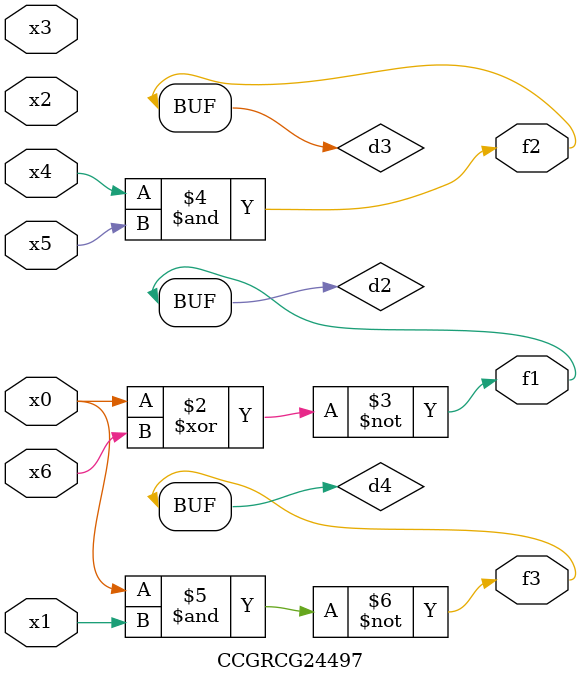
<source format=v>
module CCGRCG24497(
	input x0, x1, x2, x3, x4, x5, x6,
	output f1, f2, f3
);

	wire d1, d2, d3, d4;

	nor (d1, x0);
	xnor (d2, x0, x6);
	and (d3, x4, x5);
	nand (d4, x0, x1);
	assign f1 = d2;
	assign f2 = d3;
	assign f3 = d4;
endmodule

</source>
